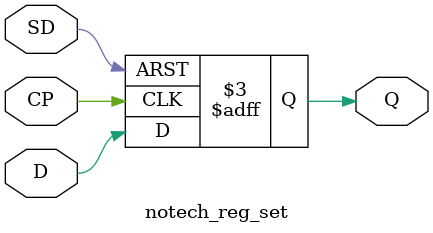
<source format=v>
module notech_reg_set (CP,SD,D,Q);
input CP,SD,D;
output reg Q;
always @(posedge CP or negedge SD) if (SD==0) Q <= 1; else Q<=D;
endmodule


</source>
